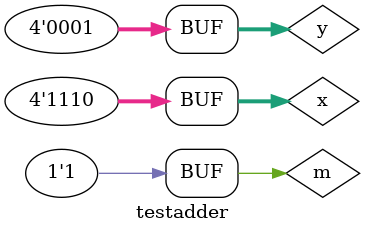
<source format=v>
module fadder(sum, carry, a, b, c);
	input a, b, c;
	output sum, carry;
	reg sum, carry;
	reg t1;
	
	always@(a or b or c)
	begin
		if(a==0) t1=b;
		else t1=~b;
		
		if(c==0) 
			if(a==0)
				carry=0;
			else 
				carry=b;
		else 
			if(a!=0 || b!=0) carry=1;
			else carry=0;
		if(c==0) sum=t1;
		else sum=~t1;
	end
endmodule

module addsub(s, v, a, b, m);
	input [3:0] a, b;
	input m;
	output [3:0] s;
	output v;
	wire [3:0] temp, c;

	assign temp[0] = b[0] ^ m;
	assign temp[1] = b[1] ^ m;
	assign temp[2] = b[2] ^ m;
	assign temp[3] = b[3] ^ m;
	
	fadder f1(s[0], c[0], a[0], temp[0], m);
	fadder f2(s[1], c[1], a[1], temp[1], c[0]);
	fadder f3(s[2], c[2], a[2], temp[2], c[1]);
	fadder f4(s[3], c[3], a[3], temp[3], c[2]);
	
	assign v = c[2] ^ c[3];
endmodule
	
module testadder;
	reg [3:0] x, y;
	reg m;
	wire [3:0] sum;
	wire overflow;
	
	addsub a(sum, overflow, x, y, m);
	
	initial 
		begin
		$monitor("x=%b, y=%b, m=%b, sum=%b, overflow=%b", x, y, m, sum, overflow);
		#0 x=4'b0111; y=4'b0001; m=1'b0;
		#5 x=4'b1110; y=4'b0001; m=1'b1;
		/*#5 x=8'b01001011; y=8'b01010101; z=1'b0;
		#5 x=8'b10000000; y=8'b01000001; z=1'b0;
		#5 x=8'b10010001; y=8'b01000010; z=1'b0;
		#5 x=8'b00110001; y=8'b00000000; z=1'b0;
		#5 x=8'b01000001; y=8'b01010001; z=1'b0;
		#5 x=8'b00100001; y=8'b11100101; z=1'b0;*/
	end
endmodule

</source>
